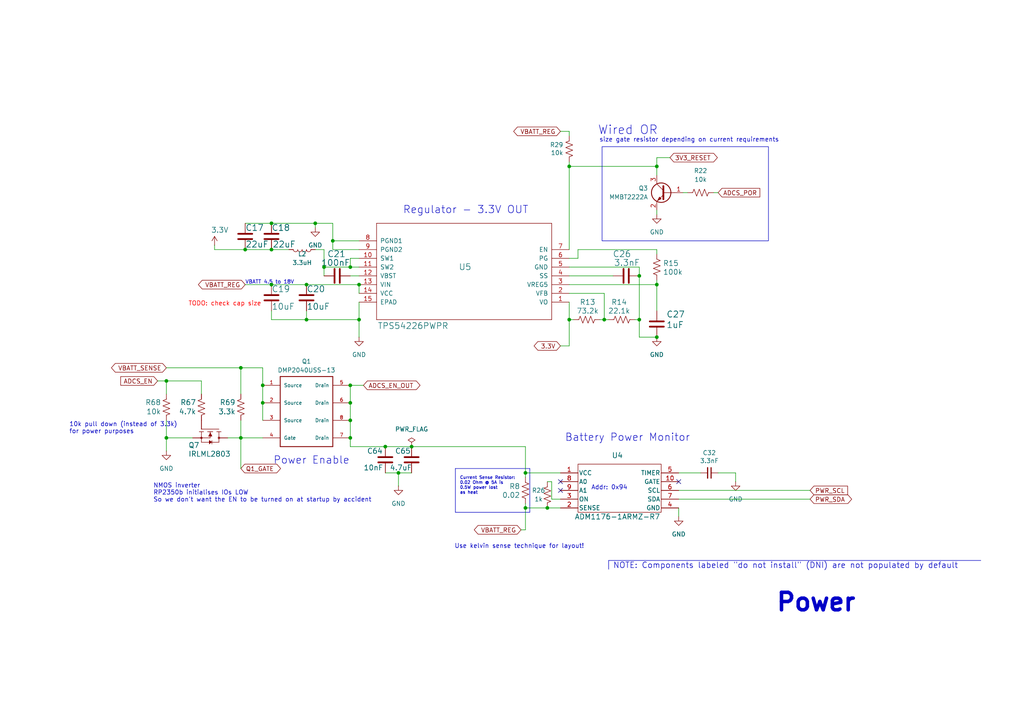
<source format=kicad_sch>
(kicad_sch (version 20250114) (generator "eeschema") (generator_version "9.0")
  (paper "A4")
  (title_block (title "ADCS Main Board") (date "2025-05-22") (rev "1.7") (company "Stanford Student Space Initiative") (comment 1 "Sage Wu") (comment 2 "From PiCubed"))
  (lib_symbols
    (symbol "Device:C" (pin_numbers (hide yes)) (pin_names (offset 0.254))
      (property "Reference" "C" (at 0.635 2.54 0))
      (property "Value" "C" (at 0.635 -2.54 0))
      (symbol "C_0_1"
        (polyline (pts (xy -2.032 0.762) (xy 2.032 0.762)) (stroke (width 0.508)))
        (polyline (pts (xy -2.032 -0.762) (xy 2.032 -0.762)) (stroke (width 0.508)))
      )
      (symbol "C_1_1"
        (pin passive line (at 0 3.81 270) (length 2.794) (name "~") (number "1"))
        (pin passive line (at 0 -3.81 90) (length 2.794) (name "~") (number "2"))
      )
    )
    (symbol "Device:C_Small" (pin_numbers (hide yes)) (pin_names (offset 0.254) (hide yes))
      (property "Reference" "C" (at 0.254 1.778 0))
      (property "Value" "C_Small" (at 0.254 -2.032 0))
      (symbol "C_Small_0_1"
        (polyline (pts (xy -1.524 0.508) (xy 1.524 0.508)) (stroke (width 0.3048)))
        (polyline (pts (xy -1.524 -0.508) (xy 1.524 -0.508)) (stroke (width 0.3302)))
      )
      (symbol "C_Small_1_1"
        (pin passive line (at 0 2.54 270) (length 2.032) (name "~") (number "1"))
        (pin passive line (at 0 -2.54 90) (length 2.032) (name "~") (number "2"))
      )
    )
    (symbol "Device:L" (pin_numbers (hide yes)) (pin_names (offset 1.016) (hide yes))
      (property "Reference" "L" (at -1.27 0 90))
      (property "Value" "L" (at 1.905 0 90))
      (symbol "L_0_1"
        (arc (start 0 2.54) (mid 0.6323 1.905) (end 0 1.27))
        (arc (start 0 1.27) (mid 0.6323 0.635) (end 0 0))
        (arc (start 0 0) (mid 0.6323 -0.635) (end 0 -1.27))
        (arc (start 0 -1.27) (mid 0.6323 -1.905) (end 0 -2.54))
      )
      (symbol "L_1_1"
        (pin passive line (at 0 3.81 270) (length 1.27) (name "1") (number "1"))
        (pin passive line (at 0 -3.81 90) (length 1.27) (name "2") (number "2"))
      )
    )
    (symbol "Device:R_US" (pin_numbers (hide yes)) (pin_names (offset 0))
      (property "Reference" "R" (at 2.54 0 90))
      (property "Value" "R_US" (at -2.54 0 90))
      (symbol "R_US_0_1"
        (polyline (pts (xy 0 2.286) (xy 0 2.54)))
        (polyline (pts (xy 0 2.286) (xy 1.016 1.905) (xy 0 1.524) (xy -1.016 1.143) (xy 0 0.762)))
        (polyline (pts (xy 0 0.762) (xy 1.016 0.381) (xy 0 0) (xy -1.016 -0.381) (xy 0 -0.762)))
        (polyline (pts (xy 0 -0.762) (xy 1.016 -1.143) (xy 0 -1.524) (xy -1.016 -1.905) (xy 0 -2.286)))
        (polyline (pts (xy 0 -2.286) (xy 0 -2.54)))
      )
      (symbol "R_US_1_1"
        (pin passive line (at 0 3.81 270) (length 1.27) (name "~") (number "1"))
        (pin passive line (at 0 -3.81 90) (length 1.27) (name "~") (number "2"))
      )
    )
    (symbol "Transistor_BJT:MMBT2222A" (pin_names (offset 0) (hide yes))
      (property "Reference" "Q" (at 5.08 1.905 0))
      (property "Value" "MMBT2222A" (at 5.08 0 0))
      (symbol "MMBT2222A_0_1"
        (polyline (pts (xy -2.54 0) (xy 0.635 0)))
        (polyline (pts (xy 0.635 1.905) (xy 0.635 -1.905)) (stroke (width 0.508)))
        (circle (center 1.27 0) (radius 2.8194) (stroke (width 0.254)))
      )
      (symbol "MMBT2222A_1_1"
        (polyline (pts (xy 0.635 0.635) (xy 2.54 2.54)))
        (polyline (pts (xy 0.635 -0.635) (xy 2.54 -2.54)))
        (polyline (pts (xy 1.27 -1.778) (xy 1.778 -1.27) (xy 2.286 -2.286) (xy 1.27 -1.778)) (fill (type outline)))
        (pin input line (at -5.08 0 0) (length 2.54) (name "B") (number "1"))
        (pin passive line (at 2.54 5.08 270) (length 2.54) (name "C") (number "3"))
        (pin passive line (at 2.54 -5.08 90) (length 2.54) (name "E") (number "2"))
      )
    )
    (symbol "power:+3.3V" (power) (pin_numbers (hide yes)) (pin_names (offset 0) (hide yes))
      (property "Value" "+3.3V" (at 0 3.556 0))
      (symbol "+3.3V_0_1"
        (polyline (pts (xy -0.762 1.27) (xy 0 2.54)))
        (polyline (pts (xy 0 2.54) (xy 0.762 1.27)))
        (polyline (pts (xy 0 0) (xy 0 2.54)))
      )
      (symbol "+3.3V_1_1"
        (pin power_in line (at 0 0 90) (length 0) (name "~") (number "1"))
      )
    )
    (symbol "power:GND" (power) (pin_numbers (hide yes)) (pin_names (offset 0) (hide yes))
      (property "Value" "GND" (at 0 -3.81 0))
      (symbol "GND_0_1"
        (polyline (pts (xy 0 0) (xy 0 -1.27) (xy 1.27 -1.27) (xy 0 -2.54) (xy -1.27 -1.27) (xy 0 -1.27)))
      )
      (symbol "GND_1_1"
        (pin power_in line (at 0 0 270) (length 0) (name "~") (number "1"))
      )
    )
    (symbol "power:PWR_FLAG" (power) (pin_numbers (hide yes)) (pin_names (offset 0) (hide yes))
      (property "Value" "PWR_FLAG" (at 0 3.81 0))
      (symbol "PWR_FLAG_0_0"
        (pin power_out line (at 0 0 90) (length 0) (name "~") (number "1"))
      )
      (symbol "PWR_FLAG_0_1"
        (polyline (pts (xy 0 0) (xy 0 1.27) (xy -1.016 1.905) (xy 0 2.54) (xy 1.016 1.905) (xy 0 1.27)))
      )
    )
    (symbol "ssi_IC:ADM1176-1ARMZ-R7" (pin_names (offset 0.254))
      (property "Reference" "U?" (at 19.05 -10.16 0))
      (property "Value" "ADM1176-1ARMZ-R7" (at 20.32 -26.67 0))
      (property "Datasheet" "https://www.analog.com/media/en/technical-documentation/data-sheets/ADM1176.pdf" (at 2.54 -3.81 0))
      (symbol "ADM1176-1ARMZ-R7_0_1"
        (rectangle (start 7.62 -11.43) (end 31.75 -25.4))
      )
      (symbol "ADM1176-1ARMZ-R7_1_0"
        (pin power_in line (at 2.54 -13.97 0) (length 5.08) (name "VCC") (number "1"))
        (pin input line (at 2.54 -16.51 0) (length 5.08) (name "A0") (number "8"))
        (pin input line (at 2.54 -19.05 0) (length 5.08) (name "A1") (number "9"))
        (pin input line (at 2.54 -21.59 0) (length 5.08) (name "ON") (number "3"))
        (pin input line (at 2.54 -24.13 0) (length 5.08) (name "SENSE") (number "2"))
        (pin input line (at 36.83 -13.97 180) (length 5.08) (name "TIMER") (number "5"))
        (pin output line (at 36.83 -16.51 180) (length 5.08) (name "GATE") (number "10"))
        (pin input line (at 36.83 -19.05 180) (length 5.08) (name "SCL") (number "6"))
        (pin bidirectional line (at 36.83 -21.59 180) (length 5.08) (name "SDA") (number "7"))
        (pin power_in line (at 36.83 -24.13 180) (length 5.08) (name "GND") (number "4"))
      )
    )
    (symbol "ssi_IC:TPS54226PWPR" (pin_names (offset 1.016))
      (property "Reference" "U" (at 28.2956 9.1186 0))
      (property "Value" "TPS54226PWPR" (at 27.6606 6.5786 0))
      (symbol "TPS54226PWPR_1_0"
        (polyline (pts (xy 7.62 5.08) (xy 7.62 -22.86)))
        (polyline (pts (xy 7.62 -22.86) (xy 58.42 -22.86)))
        (polyline (pts (xy 58.42 5.08) (xy 7.62 5.08)))
        (polyline (pts (xy 58.42 -22.86) (xy 58.42 5.08)))
        (pin power_out line (at 2.54 0 0) (length 5.08) (name "VO") (number "1"))
        (pin input line (at 2.54 -2.54 0) (length 5.08) (name "VFB") (number "2"))
        (pin output line (at 2.54 -5.08 0) (length 5.08) (name "VREG5") (number "3"))
        (pin passive line (at 2.54 -7.62 0) (length 5.08) (name "SS") (number "4"))
        (pin power_in line (at 2.54 -10.16 0) (length 5.08) (name "GND") (number "5"))
        (pin output line (at 2.54 -12.7 0) (length 5.08) (name "PG") (number "6"))
        (pin input line (at 2.54 -15.24 0) (length 5.08) (name "EN") (number "7"))
        (pin passive line (at 63.5 0 180) (length 5.08) (name "EPAD") (number "15"))
        (pin input line (at 63.5 -2.54 180) (length 5.08) (name "VCC") (number "14"))
        (pin input line (at 63.5 -5.08 180) (length 5.08) (name "VIN") (number "13"))
        (pin input line (at 63.5 -7.62 180) (length 5.08) (name "VBST") (number "12"))
        (pin passive line (at 63.5 -10.16 180) (length 5.08) (name "SW2") (number "11"))
        (pin passive line (at 63.5 -12.7 180) (length 5.08) (name "SW1") (number "10"))
        (pin power_in line (at 63.5 -15.24 180) (length 5.08) (name "PGND2") (number "9"))
        (pin power_in line (at 63.5 -17.78 180) (length 5.08) (name "PGND1") (number "8"))
      )
    )
    (symbol "ssi_transistor:DMP2040USS-13" (pin_names (offset 1.016))
      (property "Reference" "Q" (at -7.62 10.287 0))
      (property "Value" "DMP2040USS-13" (at -7.493 -12.065 0))
      (symbol "DMP2040USS-13_0_0"
        (polyline (pts (xy -7.62 10.16) (xy 7.62 10.16)) (stroke (width 0.254)))
        (polyline (pts (xy -7.62 -10.16) (xy -7.62 10.16)) (stroke (width 0.254)))
        (polyline (pts (xy 7.62 10.16) (xy 7.62 -10.16)) (stroke (width 0.254)))
        (polyline (pts (xy 7.62 -10.16) (xy -7.62 -10.16)) (stroke (width 0.254)))
        (pin passive line (at -12.7 7.62 0) (length 5.08) (name "Source") (number "1"))
        (pin passive line (at -12.7 2.54 0) (length 5.08) (name "Source") (number "2"))
        (pin passive line (at -12.7 -2.54 0) (length 5.08) (name "Source") (number "3"))
        (pin passive line (at 12.7 7.62 180) (length 5.08) (name "Drain") (number "5"))
        (pin passive line (at 12.7 2.54 180) (length 5.08) (name "Drain") (number "6"))
        (pin passive line (at 12.7 -2.54 180) (length 5.08) (name "Drain") (number "8"))
        (pin passive line (at 12.7 -7.62 180) (length 5.08) (name "Drain") (number "7"))
      )
      (symbol "DMP2040USS-13_1_0"
        (pin input line (at -12.7 -7.62 0) (length 5.08) (name "Gate") (number "4"))
      )
    )
    (symbol "ssi_transistor:IRLML2803TRPBF" (pin_names (offset 1.016))
      (property "Reference" "Q" (at -11.43 1.27 0))
      (property "Value" "IRLML2803TRPBF" (at -11.43 3.81 0))
      (symbol "IRLML2803TRPBF_1_0"
        (polyline (pts (xy 0 2.54) (xy 0 -2.54)))
        (polyline (pts (xy 0.762 3.175) (xy 0.762 2.54)))
        (polyline (pts (xy 0.762 2.54) (xy 0.762 1.905)))
        (polyline (pts (xy 0.762 2.54) (xy 3.81 2.54)))
        (polyline (pts (xy 0.762 0.762) (xy 0.762 0)))
        (polyline (pts (xy 0.762 0) (xy 0.762 -0.762)))
        (polyline (pts (xy 0.762 0) (xy 2.54 0)))
        (polyline (pts (xy 0.762 -1.905) (xy 0.762 -2.54)))
        (polyline (pts (xy 0.762 -2.54) (xy 0.762 -3.175)))
        (polyline (pts (xy 1.016 0) (xy 2.032 0.508) (xy 2.032 -0.508)) (fill (type outline)))
        (circle (center 2.54 2.54) (radius 0.254))
        (polyline (pts (xy 2.54 0) (xy 2.54 -2.54)))
        (polyline (pts (xy 2.54 -2.54) (xy 0.762 -2.54)))
        (polyline (pts (xy 2.54 -2.54) (xy 3.81 -2.54)))
        (circle (center 2.54 -2.54) (radius 0.254))
        (polyline (pts (xy 3.302 0.508) (xy 3.81 0.508)))
        (polyline (pts (xy 3.81 2.54) (xy 3.81 0.508)))
        (polyline (pts (xy 3.81 0.508) (xy 3.81 -0.508)))
        (polyline (pts (xy 3.81 0.508) (xy 4.318 0.508)))
        (polyline (pts (xy 3.81 0.508) (xy 3.302 -0.254) (xy 4.318 -0.254)) (fill (type outline)))
        (polyline (pts (xy 3.81 -0.508) (xy 3.81 -2.54)))
        (pin passive line (at -2.54 -2.54 0) (length 2.54) (name "G") (number "1"))
        (pin passive line (at 2.54 5.08 270) (length 2.54) (name "D") (number "3"))
        (pin passive line (at 2.54 -5.08 90) (length 2.54) (name "S") (number "2"))
      )
    )
  )
  (rectangle (start 174.625 42.545) (end 222.885 69.85))
  (text "Addr: 0x94" (at 171.45 142.24 0) (effects (font (size 1.27 1.27)) (justify left bottom)))
  (text "Power" (at 224.79 177.8 0) (effects (font (size 5.08 5.08) (thickness 1.016) (bold yes)) (justify left bottom)))
  (text "size gate resistor depending on current requirements" (at 199.898 40.64 0) (effects (font (size 1.27 1.27))))
  (text "Battery Power Monitor" (at 163.83 128.27 0) (effects (font (size 2.159 2.159)) (justify left bottom)))
  (text "VBATT 4.5 to 18V" (at 71.12 82.55 0) (effects (font (size 1.0668 1.0668)) (justify left bottom)))
  (text "Current Sense Resistor:\n0.02 Ohm @ 5A is\n0.5W power lost\nas heat" (at 133.35 143.51 0) (effects (font (size 0.889 0.889)) (justify left bottom)))
  (text "Wired OR" (at 182.118 37.846 0) (effects (font (size 2.54 2.54))))
  (text "TODO: check cap size" (at 54.61 88.9 0) (effects (font (size 1.27 1.27)) (justify left bottom)))
  (text "Regulator - 3.3V OUT" (at 116.84 62.23 0) (effects (font (size 2.159 2.159)) (justify left bottom)))
  (text "10k pull down (instead of 3.3k) \nfor power purposes" (at 20.066 124.206 0) (effects (font (size 1.27 1.27)) (justify left)))
  (text "Power Enable" (at 79.248 134.874 0) (effects (font (size 2.159 2.159)) (justify left bottom)))
  (text "NOTE: Components labeled \"do not install\" (DNI) are not populated by default" (at 177.8 165.1 0) (effects (font (size 1.651 1.651)) (justify left bottom)))
  (text "NMOS inverter\nRP2350b initialises IOs LOW\nSo we don't want the EN to be turned on at startup by accident" (at 44.45 143.002 0) (effects (font (size 1.27 1.27)) (justify left)))
  (text "Use kelvin sense technique for layout!" (at 150.622 158.496 0) (effects (font (size 1.27 1.27))))
  (junction (at 88.9 82.55))
  (junction (at 115.57 137.16))
  (junction (at 101.6 121.92))
  (junction (at 96.52 69.85))
  (junction (at 158.75 147.32))
  (junction (at 76.2 111.76))
  (junction (at 48.26 127))
  (junction (at 101.6 116.84))
  (junction (at 190.5 82.55))
  (junction (at 78.74 64.77))
  (junction (at 93.98 77.47))
  (junction (at 76.2 116.84))
  (junction (at 71.12 72.39))
  (junction (at 101.6 111.76))
  (junction (at 104.14 92.71))
  (junction (at 78.74 82.55))
  (junction (at 69.85 127))
  (junction (at 185.42 80.01))
  (junction (at 48.26 110.49))
  (junction (at 165.1 92.71))
  (junction (at 104.14 82.55))
  (junction (at 190.5 97.79))
  (junction (at 165.1 48.26))
  (junction (at 119.38 129.54))
  (junction (at 190.5 48.26))
  (junction (at 101.6 127))
  (junction (at 78.74 72.39))
  (junction (at 111.76 129.54))
  (junction (at 152.4 147.32))
  (junction (at 91.44 64.77))
  (junction (at 69.85 106.68))
  (junction (at 101.6 77.47))
  (junction (at 185.42 92.71))
  (junction (at 175.26 92.71))
  (junction (at 88.9 92.71))
  (junction (at 152.4 137.16))
  (no_connect (at 196.85 139.7))
  (no_connect (at 162.56 142.24))
  (no_connect (at 162.56 139.7))
  (wire (pts (xy 190.5 82.55) (xy 190.5 90.17)))
  (wire (pts (xy 111.76 137.16) (xy 115.57 137.16)))
  (wire (pts (xy 184.15 92.71) (xy 185.42 92.71)))
  (wire (pts (xy 167.64 74.93) (xy 165.1 74.93)))
  (wire (pts (xy 69.85 127) (xy 69.85 135.89)))
  (wire (pts (xy 91.44 64.77) (xy 96.52 64.77)))
  (wire (pts (xy 78.74 92.71) (xy 78.74 90.17)))
  (wire (pts (xy 207.01 55.88) (xy 208.28 55.88)))
  (wire (pts (xy 69.85 127) (xy 69.85 121.92)))
  (wire (pts (xy 66.04 127) (xy 69.85 127)))
  (wire (pts (xy 165.1 92.71) (xy 166.37 92.71)))
  (wire (pts (xy 158.75 147.32) (xy 162.56 147.32)))
  (wire (pts (xy 175.26 92.71) (xy 176.53 92.71)))
  (wire (pts (xy 69.85 127) (xy 76.2 127)))
  (wire (pts (xy 196.85 137.16) (xy 203.2 137.16)))
  (wire (pts (xy 69.85 106.68) (xy 76.2 106.68)))
  (wire (pts (xy 196.85 144.78) (xy 234.95 144.78)))
  (wire (pts (xy 151.13 153.67) (xy 152.4 153.67)))
  (wire (pts (xy 88.9 92.71) (xy 104.14 92.71)))
  (wire (pts (xy 78.74 64.77) (xy 91.44 64.77)))
  (wire (pts (xy 196.85 142.24) (xy 234.95 142.24)))
  (wire (pts (xy 190.5 81.28) (xy 190.5 82.55)))
  (wire (pts (xy 165.1 87.63) (xy 165.1 92.71)))
  (polyline (pts (xy 176.53 165.1) (xy 176.53 162.56)))
  (wire (pts (xy 96.52 64.77) (xy 96.52 69.85)))
  (wire (pts (xy 48.26 110.49) (xy 48.26 114.3)))
  (wire (pts (xy 115.57 137.16) (xy 119.38 137.16)))
  (wire (pts (xy 101.6 111.76) (xy 105.41 111.76)))
  (wire (pts (xy 88.9 92.71) (xy 88.9 90.17)))
  (wire (pts (xy 101.6 77.47) (xy 101.6 74.93)))
  (wire (pts (xy 104.14 92.71) (xy 104.14 97.79)))
  (wire (pts (xy 48.26 127) (xy 48.26 130.81)))
  (wire (pts (xy 190.5 72.39) (xy 190.5 73.66)))
  (wire (pts (xy 93.98 77.47) (xy 93.98 72.39)))
  (wire (pts (xy 104.14 87.63) (xy 104.14 92.71)))
  (wire (pts (xy 165.1 48.26) (xy 190.5 48.26)))
  (wire (pts (xy 88.9 82.55) (xy 104.14 82.55)))
  (wire (pts (xy 104.14 80.01) (xy 101.6 80.01)))
  (wire (pts (xy 190.5 60.96) (xy 190.5 62.23)))
  (polyline (pts (xy 153.67 148.59) (xy 132.08 148.59)))
  (wire (pts (xy 71.12 72.39) (xy 78.74 72.39)))
  (wire (pts (xy 101.6 111.76) (xy 101.6 116.84)))
  (wire (pts (xy 160.02 144.78) (xy 162.56 144.78)))
  (wire (pts (xy 165.1 46.99) (xy 165.1 48.26)))
  (wire (pts (xy 101.6 129.54) (xy 111.76 129.54)))
  (wire (pts (xy 76.2 111.76) (xy 76.2 116.84)))
  (polyline (pts (xy 153.67 135.89) (xy 153.67 148.59)))
  (wire (pts (xy 104.14 74.93) (xy 101.6 74.93)))
  (wire (pts (xy 93.98 80.01) (xy 93.98 77.47)))
  (wire (pts (xy 91.44 72.39) (xy 93.98 72.39)))
  (wire (pts (xy 71.12 64.77) (xy 78.74 64.77)))
  (wire (pts (xy 196.85 149.86) (xy 196.85 147.32)))
  (wire (pts (xy 101.6 129.54) (xy 101.6 127)))
  (wire (pts (xy 101.6 116.84) (xy 101.6 121.92)))
  (polyline (pts (xy 132.08 135.89) (xy 153.67 135.89)))
  (wire (pts (xy 165.1 77.47) (xy 185.42 77.47)))
  (wire (pts (xy 78.74 82.55) (xy 88.9 82.55)))
  (wire (pts (xy 45.72 110.49) (xy 48.26 110.49)))
  (wire (pts (xy 190.5 72.39) (xy 167.64 72.39)))
  (wire (pts (xy 96.52 72.39) (xy 104.14 72.39)))
  (wire (pts (xy 198.12 55.88) (xy 199.39 55.88)))
  (wire (pts (xy 55.88 127) (xy 48.26 127)))
  (wire (pts (xy 175.26 85.09) (xy 175.26 92.71)))
  (wire (pts (xy 119.38 129.54) (xy 152.4 129.54)))
  (wire (pts (xy 48.26 110.49) (xy 58.42 110.49)))
  (wire (pts (xy 165.1 82.55) (xy 190.5 82.55)))
  (wire (pts (xy 165.1 48.26) (xy 165.1 72.39)))
  (wire (pts (xy 152.4 147.32) (xy 158.75 147.32)))
  (wire (pts (xy 62.23 72.39) (xy 71.12 72.39)))
  (wire (pts (xy 213.36 139.7) (xy 213.36 137.16)))
  (wire (pts (xy 185.42 97.79) (xy 190.5 97.79)))
  (wire (pts (xy 76.2 116.84) (xy 76.2 121.92)))
  (wire (pts (xy 91.44 64.77) (xy 91.44 66.04)))
  (wire (pts (xy 165.1 80.01) (xy 177.8 80.01)))
  (wire (pts (xy 165.1 92.71) (xy 165.1 100.33)))
  (wire (pts (xy 190.5 45.72) (xy 194.31 45.72)))
  (wire (pts (xy 213.36 137.16) (xy 208.28 137.16)))
  (wire (pts (xy 190.5 45.72) (xy 190.5 48.26)))
  (wire (pts (xy 165.1 100.33) (xy 162.56 100.33)))
  (wire (pts (xy 115.57 140.97) (xy 115.57 137.16)))
  (wire (pts (xy 165.1 38.1) (xy 165.1 39.37)))
  (wire (pts (xy 185.42 77.47) (xy 185.42 80.01)))
  (wire (pts (xy 165.1 85.09) (xy 175.26 85.09)))
  (wire (pts (xy 160.02 144.78) (xy 160.02 139.7)))
  (wire (pts (xy 190.5 48.26) (xy 190.5 50.8)))
  (wire (pts (xy 58.42 114.3) (xy 58.42 110.49)))
  (wire (pts (xy 62.23 71.12) (xy 62.23 72.39)))
  (wire (pts (xy 76.2 111.76) (xy 76.2 106.68)))
  (polyline (pts (xy 176.53 162.56) (xy 284.48 162.56)))
  (wire (pts (xy 104.14 85.09) (xy 104.14 82.55)))
  (wire (pts (xy 48.26 121.92) (xy 48.26 127)))
  (polyline (pts (xy 132.08 148.59) (xy 132.08 135.89)))
  (wire (pts (xy 96.52 69.85) (xy 96.52 72.39)))
  (wire (pts (xy 185.42 92.71) (xy 185.42 97.79)))
  (wire (pts (xy 48.26 106.68) (xy 69.85 106.68)))
  (wire (pts (xy 152.4 137.16) (xy 152.4 138.43)))
  (wire (pts (xy 165.1 38.1) (xy 162.56 38.1)))
  (wire (pts (xy 104.14 77.47) (xy 101.6 77.47)))
  (wire (pts (xy 185.42 80.01) (xy 185.42 92.71)))
  (wire (pts (xy 152.4 147.32) (xy 152.4 153.67)))
  (wire (pts (xy 78.74 92.71) (xy 88.9 92.71)))
  (wire (pts (xy 152.4 129.54) (xy 152.4 137.16)))
  (wire (pts (xy 69.85 114.3) (xy 69.85 106.68)))
  (wire (pts (xy 152.4 137.16) (xy 162.56 137.16)))
  (wire (pts (xy 160.02 139.7) (xy 158.75 139.7)))
  (wire (pts (xy 78.74 72.39) (xy 83.82 72.39)))
  (wire (pts (xy 104.14 69.85) (xy 96.52 69.85)))
  (wire (pts (xy 152.4 146.05) (xy 152.4 147.32)))
  (wire (pts (xy 101.6 77.47) (xy 93.98 77.47)))
  (wire (pts (xy 71.12 82.55) (xy 78.74 82.55)))
  (wire (pts (xy 111.76 129.54) (xy 119.38 129.54)))
  (wire (pts (xy 101.6 121.92) (xy 101.6 127)))
  (wire (pts (xy 173.99 92.71) (xy 175.26 92.71)))
  (wire (pts (xy 167.64 72.39) (xy 167.64 74.93)))
  (global_label "ADCS_EN" (shape input) (at 45.72 110.49 180) (property "Intersheetrefs" "${INTERSHEET_REFS}" (effects (hide yes))))
  (global_label "VBATT_SENSE" (shape bidirectional) (at 48.26 106.68 180) (property "Intersheetrefs" "${INTERSHEET_REFS}" (effects (hide yes))))
  (global_label "PWR_SDA" (shape bidirectional) (at 234.95 144.78 0) (property "Intersheetrefs" "${INTERSHEET_REFS}" (effects (hide yes))))
  (global_label "VBATT_REG" (shape bidirectional) (at 162.56 38.1 180) (property "Intersheetrefs" "${INTERSHEET_REFS}" (effects (hide yes))))
  (global_label "VBATT_REG" (shape bidirectional) (at 71.12 82.55 180) (property "Intersheetrefs" "${INTERSHEET_REFS}" (effects (hide yes))))
  (global_label "3V3_RESET" (shape bidirectional) (at 194.31 45.72 0) (property "Intersheetrefs" "${INTERSHEET_REFS}" (effects (hide yes))))
  (global_label "Q1_GATE" (shape bidirectional) (at 69.85 135.89 0) (property "Intersheetrefs" "${INTERSHEET_REFS}" (effects (hide yes))))
  (global_label "PWR_SCL" (shape input) (at 234.95 142.24 0) (property "Intersheetrefs" "${INTERSHEET_REFS}" (effects (hide yes))))
  (global_label "ADCS_EN_OUT" (shape bidirectional) (at 105.41 111.76 0) (property "Intersheetrefs" "${INTERSHEET_REFS}" (effects (hide yes))))
  (global_label "VBATT_REG" (shape bidirectional) (at 151.13 153.67 180) (property "Intersheetrefs" "${INTERSHEET_REFS}" (effects (hide yes))))
  (global_label "ADCS_POR" (shape input) (at 208.28 55.88 0) (property "Intersheetrefs" "${INTERSHEET_REFS}" (effects (hide yes))))
  (global_label "3.3V" (shape bidirectional) (at 162.56 100.33 180) (property "Intersheetrefs" "${INTERSHEET_REFS}" (effects (hide yes))))
  (symbol (lib_id "Device:C") (at 97.79 80.01 90) (unit 1)
    (property "Reference" "C21" (at 100.33 72.644 90) (effects (font (size 1.778 1.778)) (justify left bottom)))
    (property "Value" "100nF" (at 101.6 75.184 90) (effects (font (size 1.778 1.778)) (justify left bottom)))
    (property "Footprint" "Capacitor_SMD:C_0603_1608Metric" (effects (hide yes)))
    (property "Description" "Unpolarized capacitor" (effects (hide yes)))
  )
  (symbol (lib_id "Device:R_US") (at 180.34 92.71 270) (unit 1)
    (property "Reference" "R14" (at 179.578 87.63 90) (effects (font (size 1.4986 1.4986))))
    (property "Value" "22.1k" (at 179.578 90.17 90) (effects (font (size 1.4986 1.4986))))
    (property "Footprint" "Resistor_SMD:R_0603_1608Metric" (effects (hide yes)))
    (property "Description" "Resistor, US symbol" (effects (hide yes)))
  )
  (symbol (lib_id "Device:R_US") (at 152.4 142.24 180) (unit 1)
    (property "Reference" "R8" (at 150.876 140.208 0) (effects (font (size 1.4986 1.4986)) (justify left bottom)))
    (property "Value" "0.02" (at 150.876 142.748 0) (effects (font (size 1.4986 1.4986)) (justify left bottom)))
    (property "Footprint" "Resistor_SMD:R_2512_6332Metric" (effects (hide yes)))
    (property "Description" "Resistor, US symbol" (effects (hide yes)))
  )
  (symbol (lib_id "Device:C") (at 190.5 93.98 0) (unit 1)
    (property "Reference" "C27" (at 193.2432 91.1606 0) (effects (font (size 1.778 1.778)) (justify left)))
    (property "Value" "1uF" (at 193.2432 94.234 0) (effects (font (size 1.778 1.778)) (justify left)))
    (property "Footprint" "Capacitor_SMD:C_0603_1608Metric" (effects (hide yes)))
    (property "Description" "Unpolarized capacitor" (effects (hide yes)))
  )
  (symbol (lib_id "Device:C") (at 71.12 68.58 0) (unit 1)
    (property "Reference" "C17" (at 71.12 67.056 0) (effects (font (size 1.778 1.778)) (justify left bottom)))
    (property "Value" "22uF" (at 71.12 71.882 0) (effects (font (size 1.778 1.778)) (justify left bottom)))
    (property "Footprint" "Capacitor_SMD:C_0603_1608Metric" (effects (hide yes)))
    (property "Description" "Unpolarized capacitor" (effects (hide yes)))
  )
  (symbol (lib_id "Device:R_US") (at 190.5 77.47 0) (unit 1)
    (property "Reference" "R15" (at 192.278 77.216 0) (effects (font (size 1.4986 1.4986)) (justify left bottom)))
    (property "Value" "100k" (at 192.278 79.756 0) (effects (font (size 1.4986 1.4986)) (justify left bottom)))
    (property "Footprint" "Resistor_SMD:R_0603_1608Metric" (effects (hide yes)))
    (property "Description" "Resistor, US symbol" (effects (hide yes)))
  )
  (symbol (lib_id "Device:L") (at 87.63 72.39 270) (unit 1)
    (property "Reference" "L2" (at 87.63 73.66 90))
    (property "Value" "3.3uH" (at 87.63 76.2 90))
    (property "Footprint" "ssi_inductor:L_2141" (effects (hide yes)))
    (property "Description" "Inductor" (effects (hide yes)))
    (property "Flight" "SPM5030T-3R3M-HZ" (effects (hide yes)))
    (property "Manufacturer_Name" "TAI-TECH" (effects (hide yes)))
    (property "Manufacturer_Part_Number" "HPC5040NF-3R3MTH" (effects (hide yes)))
    (property "Proto" "HPC5040NF-3R3MTH" (effects (hide yes)))
  )
  (symbol (lib_id "ssi_IC:ADM1176-1ARMZ-R7") (at 160.02 123.19 0) (unit 1)
    (property "Reference" "U4" (at 179.07 132.08 0) (effects (font (size 1.524 1.524))))
    (property "Value" "ADM1176-1ARMZ-R7" (at 179.07 149.86 0) (effects (font (size 1.524 1.524))))
    (property "Footprint" "ssi_IC:ADM1176-1ARMZ-R7" (effects (hide yes)))
    (property "Datasheet" "https://www.analog.com/media/en/technical-documentation/data-sheets/ADM1176.pdf" (effects (hide yes)))
    (property "Description" "Power Monitor" (effects (hide yes)))
    (property "Flight" "ADM1176-1ARMZ-R7" (effects (hide yes)))
    (property "Manufacturer_Name" "Analog Devices Inc." (effects (hide yes)))
    (property "Manufacturer_Part_Number" "ADM1176-1ARMZ-R7" (effects (hide yes)))
    (property "Proto" "ADM1176-1ARMZ-R7" (effects (hide yes)))
  )
  (symbol (lib_id "Device:R_US") (at 158.75 143.51 0) (mirror x) (unit 1)
    (property "Reference" "R26" (at 156.21 142.24 0))
    (property "Value" "1k" (at 156.21 144.78 0))
    (property "Footprint" "Resistor_SMD:R_0603_1608Metric" (effects (hide yes)))
    (property "Description" "Resistor, US symbol" (effects (hide yes)))
  )
  (symbol (lib_id "Device:C_Small") (at 205.74 137.16 270) (unit 1)
    (property "Reference" "C32" (at 205.74 131.3434 90))
    (property "Value" "3.3nF" (at 205.74 133.6548 90))
    (property "Footprint" "Capacitor_SMD:C_0603_1608Metric" (effects (hide yes)))
    (property "Description" "Unpolarized capacitor, small symbol" (effects (hide yes)))
  )
  (symbol (lib_id "Device:R_US") (at 165.1 43.18 0) (mirror y) (unit 1)
    (property "Reference" "R29" (at 163.3982 42.0116 0) (effects (justify left)))
    (property "Value" "10k" (at 163.3982 44.323 0) (effects (justify left)))
    (property "Footprint" "Resistor_SMD:R_0603_1608Metric" (effects (hide yes)))
    (property "Description" "Resistor, US symbol" (effects (hide yes)))
  )
  (symbol (lib_id "Device:C") (at 78.74 86.36 0) (unit 1)
    (property "Reference" "C19" (at 78.74 84.836 0) (effects (font (size 1.778 1.778)) (justify left bottom)))
    (property "Value" "10uF" (at 78.74 89.916 0) (effects (font (size 1.778 1.778)) (justify left bottom)))
    (property "Footprint" "Capacitor_SMD:C_0603_1608Metric" (effects (hide yes)))
    (property "Description" "Unpolarized capacitor" (effects (hide yes)))
  )
  (symbol (lib_id "Device:R_US") (at 170.18 92.71 270) (unit 1)
    (property "Reference" "R13" (at 170.434 87.63 90) (effects (font (size 1.4986 1.4986))))
    (property "Value" "73.2k" (at 170.434 90.17 90) (effects (font (size 1.4986 1.4986))))
    (property "Footprint" "Resistor_SMD:R_0603_1608Metric" (effects (hide yes)))
    (property "Description" "Resistor, US symbol" (effects (hide yes)))
  )
  (symbol (lib_id "Device:C") (at 181.61 80.01 90) (unit 1)
    (property "Reference" "C26" (at 183.134 72.644 90) (effects (font (size 1.778 1.778)) (justify left bottom)))
    (property "Value" "3.3nF" (at 185.674 75.184 90) (effects (font (size 1.778 1.778)) (justify left bottom)))
    (property "Footprint" "Capacitor_SMD:C_0603_1608Metric" (effects (hide yes)))
    (property "Description" "Unpolarized capacitor" (effects (hide yes)))
  )
  (symbol (lib_id "Device:C") (at 78.74 68.58 0) (unit 1)
    (property "Reference" "C18" (at 78.74 67.056 0) (effects (font (size 1.778 1.778)) (justify left bottom)))
    (property "Value" "22uF" (at 78.994 71.882 0) (effects (font (size 1.778 1.778)) (justify left bottom)))
    (property "Footprint" "Capacitor_SMD:C_0603_1608Metric" (effects (hide yes)))
    (property "Description" "Unpolarized capacitor" (effects (hide yes)))
  )
  (symbol (lib_id "Device:C") (at 88.9 86.36 0) (unit 1)
    (property "Reference" "C20" (at 88.9 84.836 0) (effects (font (size 1.778 1.778)) (justify left bottom)))
    (property "Value" "10uF" (at 88.9 89.916 0) (effects (font (size 1.778 1.778)) (justify left bottom)))
    (property "Footprint" "Capacitor_SMD:C_0603_1608Metric" (effects (hide yes)))
    (property "Description" "Unpolarized capacitor" (effects (hide yes)))
  )
  (symbol (lib_id "ssi_IC:TPS54226PWPR") (at 167.64 87.63 180) (unit 1)
    (property "Reference" "U5" (at 136.8044 76.4286 0) (effects (font (size 1.7526 1.7526)) (justify left bottom)))
    (property "Value" "TPS54226PWPR" (at 109.474 95.504 0) (effects (font (size 1.7526 1.7526)) (justify right top)))
    (property "Footprint" "ssi_IC:PWP14_2P31X2P46-L" (effects (hide yes)))
    (property "Datasheet" "https://www.ti.com/lit/gpn/tps54226" (effects (hide yes)))
    (property "Description" "3.3V Switching Regulator" (effects (hide yes)))
    (property "Flight" "TPS54226PWPR" (effects (hide yes)))
    (property "Manufacturer_Name" "Texas Instruments" (effects (hide yes)))
    (property "Manufacturer_Part_Number" "TPS54226PWPR" (effects (hide yes)))
    (property "Proto" "TPS54226PWPR" (effects (hide yes)))
  )
  (symbol (lib_id "power:GND") (at 115.57 140.97 0) (unit 1)
    (property "Reference" "#PWR059" (effects (hide yes)))
    (property "Value" "GND" (at 115.57 146.05 0))
    (property "Description" "Power symbol creates a global label with name \"GND\" , ground" (effects (hide yes)))
  )
  (symbol (lib_id "power:GND") (at 196.85 149.86 0) (unit 1)
    (property "Reference" "#PWR03" (effects (hide yes)))
    (property "Value" "GND" (at 196.85 154.94 0))
    (property "Description" "Power symbol creates a global label with name \"GND\" , ground" (effects (hide yes)))
  )
  (symbol (lib_id "Device:C") (at 119.38 133.35 0) (unit 1)
    (property "Reference" "C65" (at 114.554 130.81 0) (effects (font (size 1.4986 1.4986)) (justify left)))
    (property "Value" "4.7uF" (at 113.03 135.636 0) (effects (font (size 1.4986 1.4986)) (justify left)))
    (property "Footprint" "Capacitor_SMD:C_0603_1608Metric" (effects (hide yes)))
    (property "Description" "Unpolarized capacitor" (effects (hide yes)))
  )
  (symbol (lib_id "power:GND") (at 190.5 62.23 0) (unit 1)
    (property "Reference" "#PWR084" (effects (hide yes)))
    (property "Value" "GND" (at 190.5 67.31 0))
    (property "Description" "Power symbol creates a global label with name \"GND\" , ground" (effects (hide yes)))
  )
  (symbol (lib_id "Device:C") (at 111.76 133.35 0) (unit 1)
    (property "Reference" "C64" (at 106.426 130.81 0) (effects (font (size 1.4986 1.4986)) (justify left)))
    (property "Value" "10nF" (at 105.41 135.636 0) (effects (font (size 1.4986 1.4986)) (justify left)))
    (property "Footprint" "Capacitor_SMD:C_0603_1608Metric" (effects (hide yes)))
    (property "Description" "Unpolarized capacitor" (effects (hide yes)))
  )
  (symbol (lib_id "ssi_transistor:IRLML2803TRPBF") (at 60.96 124.46 270) (unit 1)
    (property "Reference" "Q7" (at 54.61 128.27 90) (effects (font (size 1.4986 1.4986)) (justify left top)))
    (property "Value" "IRLML2803" (at 54.61 130.81 90) (effects (font (size 1.4986 1.4986)) (justify left top)))
    (property "Footprint" "ssi_transistor:SOT-23" (effects (hide yes)))
    (property "Datasheet" "https://www.infineon.com/dgdl/irlml2803pbf.pdf?fileId=5546d462533600a4015356682aff260f" (effects (hide yes)))
    (property "Description" "Single N-Channel MOSFET" (effects (hide yes)))
    (property "Flight" "MMBT2222AT " (effects (hide yes)))
    (property "Manufacturer_Name" "ON Semiconductor" (effects (hide yes)))
    (property "Manufacturer_Part_Number" "MMBT2222AT " (effects (hide yes)))
    (property "Proto" "2302" (effects (hide yes)))
  )
  (symbol (lib_id "power:GND") (at 213.36 139.7 0) (unit 1)
    (property "Reference" "#PWR03" (effects (hide yes)))
    (property "Value" "GND" (at 213.36 144.78 0))
    (property "Description" "Power symbol creates a global label with name \"GND\" , ground" (effects (hide yes)))
  )
  (symbol (lib_id "Device:R_US") (at 58.42 118.11 0) (mirror x) (unit 1)
    (property "Reference" "R67" (at 56.896 116.713 0) (effects (font (size 1.4986 1.4986)) (justify right)))
    (property "Value" "4.7k" (at 56.896 119.38 0) (effects (font (size 1.4986 1.4986)) (justify right)))
    (property "Footprint" "Resistor_SMD:R_0603_1608Metric" (effects (hide yes)))
    (property "Description" "Resistor, US symbol" (effects (hide yes)))
  )
  (symbol (lib_id "power:+3.3V") (at 62.23 71.12 0) (unit 1)
    (property "Reference" "#SUPPLY03" (effects (hide yes)))
    (property "Value" "3.3V" (at 61.214 67.564 0) (effects (font (size 1.4986 1.4986)) (justify left bottom)))
    (property "Description" "Power symbol creates a global label with name \"+3.3V\"" (effects (hide yes)))
  )
  (symbol (lib_id "power:GND") (at 104.14 97.79 0) (unit 1)
    (property "Reference" "#PWR03" (effects (hide yes)))
    (property "Value" "GND" (at 104.14 102.87 0))
    (property "Description" "Power symbol creates a global label with name \"GND\" , ground" (effects (hide yes)))
  )
  (symbol (lib_id "power:PWR_FLAG") (at 119.38 129.54 0) (unit 1)
    (property "Reference" "#FLG05" (effects (hide yes)))
    (property "Value" "PWR_FLAG" (at 119.38 124.4854 0))
    (property "Description" "Special symbol for telling ERC where power comes from" (effects (hide yes)))
  )
  (symbol (lib_id "Device:R_US") (at 48.26 118.11 0) (mirror x) (unit 1)
    (property "Reference" "R68" (at 46.736 116.713 0) (effects (font (size 1.4986 1.4986)) (justify right)))
    (property "Value" "10k" (at 46.736 119.38 0) (effects (font (size 1.4986 1.4986)) (justify right)))
    (property "Footprint" "Resistor_SMD:R_0603_1608Metric" (effects (hide yes)))
    (property "Description" "Resistor, US symbol" (effects (hide yes)))
  )
  (symbol (lib_id "power:GND") (at 190.5 97.79 0) (unit 1)
    (property "Reference" "#PWR03" (effects (hide yes)))
    (property "Value" "GND" (at 190.5 102.87 0))
    (property "Description" "Power symbol creates a global label with name \"GND\" , ground" (effects (hide yes)))
  )
  (symbol (lib_id "ssi_transistor:DMP2040USS-13") (at 88.9 119.38 0) (unit 1)
    (property "Reference" "Q1" (at 88.9 104.8258 0))
    (property "Value" "DMP2040USS-13" (at 88.9 107.3658 0))
    (property "Footprint" "ssi_transistor:DMP2040USS-13" (effects (hide yes)))
    (property "Datasheet" "https://www.infineon.com/dgdl/irf7404pbf.pdf?fileId=5546d462533600a4015355fa31be1ba0" (effects (hide yes)))
    (property "Description" "P-Channel MOSFET" (effects (hide yes)))
    (property "Flight" "DMP2040USS-13" (effects (hide yes)))
    (property "Proto" "DMP2022LSS-13" (effects (hide yes)))
    (property "Field4" "ON Semiconductor" (effects (hide yes)))
    (property "Field7" "IRF7404TRPBF" (effects (hide yes)))
    (property "Field8" "SO-8 ON Semiconductor" (effects (hide yes)))
  )
  (symbol (lib_id "power:GND") (at 48.26 130.81 0) (unit 1)
    (property "Reference" "#PWR082" (effects (hide yes)))
    (property "Value" "GND" (at 48.26 135.89 0))
    (property "Description" "Power symbol creates a global label with name \"GND\" , ground" (effects (hide yes)))
  )
  (symbol (lib_id "Transistor_BJT:MMBT2222A") (at 193.04 55.88 0) (mirror y) (unit 1)
    (property "Reference" "Q3" (at 187.96 54.6099 0) (effects (justify left)))
    (property "Value" "MMBT2222A" (at 187.96 57.1499 0) (effects (justify left)))
    (property "Footprint" "Package_TO_SOT_SMD:SOT-23" (effects (hide yes)))
    (property "Datasheet" "https://assets.nexperia.com/documents/data-sheet/MMBT2222A.pdf" (effects (hide yes)))
    (property "Description" "600mA Ic, 40V Vce, NPN Transistor, SOT-23" (effects (hide yes)))
  )
  (symbol (lib_id "power:GND") (at 91.44 66.04 0) (unit 1)
    (property "Reference" "#PWR03" (effects (hide yes)))
    (property "Value" "GND" (at 91.44 71.12 0))
    (property "Description" "Power symbol creates a global label with name \"GND\" , ground" (effects (hide yes)))
  )
  (symbol (lib_id "Device:R_US") (at 69.85 118.11 0) (mirror x) (unit 1)
    (property "Reference" "R69" (at 68.326 116.713 0) (effects (font (size 1.4986 1.4986)) (justify right)))
    (property "Value" "3.3k" (at 68.326 119.38 0) (effects (font (size 1.4986 1.4986)) (justify right)))
    (property "Footprint" "Resistor_SMD:R_0603_1608Metric" (effects (hide yes)))
    (property "Description" "Resistor, US symbol" (effects (hide yes)))
  )
  (symbol (lib_id "Device:R_US") (at 203.2 55.88 90) (unit 1)
    (property "Reference" "R22" (at 203.2 49.53 90))
    (property "Value" "10k" (at 203.2 52.07 90))
    (property "Footprint" "Resistor_SMD:R_0603_1608Metric" (effects (hide yes)))
    (property "Description" "Resistor, US symbol" (effects (hide yes)))
  )
)
</source>
